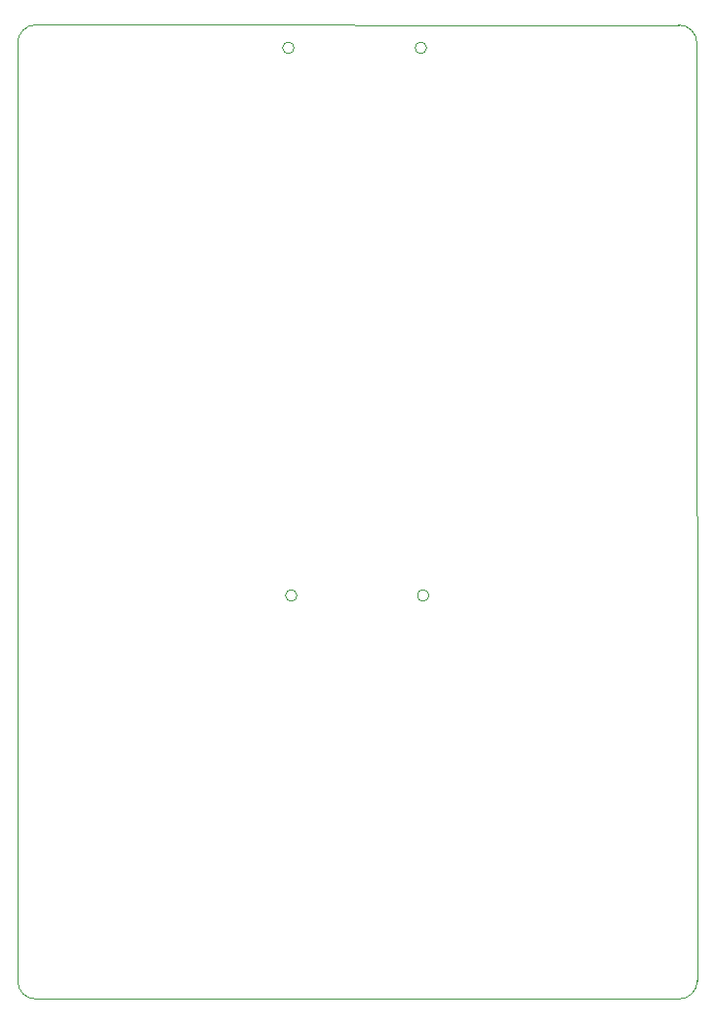
<source format=gbr>
%TF.GenerationSoftware,KiCad,Pcbnew,7.0.2*%
%TF.CreationDate,2023-06-06T14:02:04-04:00*%
%TF.ProjectId,Goufi_v1,476f7566-695f-4763-912e-6b696361645f,rev?*%
%TF.SameCoordinates,Original*%
%TF.FileFunction,Profile,NP*%
%FSLAX46Y46*%
G04 Gerber Fmt 4.6, Leading zero omitted, Abs format (unit mm)*
G04 Created by KiCad (PCBNEW 7.0.2) date 2023-06-06 14:02:04*
%MOMM*%
%LPD*%
G01*
G04 APERTURE LIST*
%TA.AperFunction,Profile*%
%ADD10C,0.100000*%
%TD*%
G04 APERTURE END LIST*
D10*
X129250000Y-99500000D02*
G75*
G03*
X129250000Y-99500000I-500000J0D01*
G01*
X104999999Y-132912638D02*
X105000000Y-51591600D01*
X163964939Y-51602461D02*
G75*
G03*
X162377550Y-50015061I-1587439J-39D01*
G01*
X106587400Y-50004200D02*
X162377550Y-50015061D01*
X106587400Y-50004200D02*
G75*
G03*
X105000000Y-51591600I0J-1587400D01*
G01*
X105000000Y-132912638D02*
G75*
G03*
X106587399Y-134500000I1587400J38D01*
G01*
X162412600Y-134500000D02*
G75*
G03*
X164000000Y-132912600I0J1587400D01*
G01*
X140700000Y-99500000D02*
G75*
G03*
X140700000Y-99500000I-500000J0D01*
G01*
X129000000Y-52000000D02*
G75*
G03*
X129000000Y-52000000I-500000J0D01*
G01*
X162412600Y-134500000D02*
X106587399Y-134500000D01*
X140500000Y-52000000D02*
G75*
G03*
X140500000Y-52000000I-500000J0D01*
G01*
X163964950Y-51602461D02*
X164000000Y-132912600D01*
M02*

</source>
